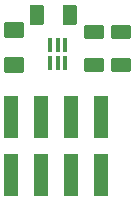
<source format=gtp>
G04 #@! TF.GenerationSoftware,KiCad,Pcbnew,(6.0.1)*
G04 #@! TF.CreationDate,2022-01-18T01:04:23-05:00*
G04 #@! TF.ProjectId,SensorStick-TSL2572,53656e73-6f72-4537-9469-636b2d54534c,rev?*
G04 #@! TF.SameCoordinates,Original*
G04 #@! TF.FileFunction,Paste,Top*
G04 #@! TF.FilePolarity,Positive*
%FSLAX46Y46*%
G04 Gerber Fmt 4.6, Leading zero omitted, Abs format (unit mm)*
G04 Created by KiCad (PCBNEW (6.0.1)) date 2022-01-18 01:04:23*
%MOMM*%
%LPD*%
G01*
G04 APERTURE LIST*
G04 Aperture macros list*
%AMRoundRect*
0 Rectangle with rounded corners*
0 $1 Rounding radius*
0 $2 $3 $4 $5 $6 $7 $8 $9 X,Y pos of 4 corners*
0 Add a 4 corners polygon primitive as box body*
4,1,4,$2,$3,$4,$5,$6,$7,$8,$9,$2,$3,0*
0 Add four circle primitives for the rounded corners*
1,1,$1+$1,$2,$3*
1,1,$1+$1,$4,$5*
1,1,$1+$1,$6,$7*
1,1,$1+$1,$8,$9*
0 Add four rect primitives between the rounded corners*
20,1,$1+$1,$2,$3,$4,$5,0*
20,1,$1+$1,$4,$5,$6,$7,0*
20,1,$1+$1,$6,$7,$8,$9,0*
20,1,$1+$1,$8,$9,$2,$3,0*%
G04 Aperture macros list end*
%ADD10R,1.270000X3.680000*%
%ADD11RoundRect,0.087500X0.087500X-0.512500X0.087500X0.512500X-0.087500X0.512500X-0.087500X-0.512500X0*%
%ADD12R,0.350000X1.200000*%
%ADD13RoundRect,0.250000X-0.625000X0.375000X-0.625000X-0.375000X0.625000X-0.375000X0.625000X0.375000X0*%
%ADD14RoundRect,0.250000X0.625000X-0.462500X0.625000X0.462500X-0.625000X0.462500X-0.625000X-0.462500X0*%
%ADD15RoundRect,0.250000X-0.375000X-0.625000X0.375000X-0.625000X0.375000X0.625000X-0.375000X0.625000X0*%
G04 APERTURE END LIST*
D10*
X141620000Y-72000000D03*
X141620000Y-76950000D03*
X139080000Y-72000000D03*
X139080000Y-76950000D03*
X136540000Y-72000000D03*
X136540000Y-76950000D03*
X134000000Y-72000000D03*
X134000000Y-76950000D03*
D11*
X137287500Y-65925000D03*
X137937500Y-65925000D03*
X138587500Y-65925000D03*
X138587500Y-67425000D03*
X137937500Y-67425000D03*
D12*
X137287500Y-67425000D03*
D13*
X141000000Y-64800000D03*
X141000000Y-67600000D03*
X143300000Y-64800000D03*
X143300000Y-67600000D03*
D14*
X134200000Y-67587500D03*
X134200000Y-64612500D03*
D15*
X136200000Y-63400000D03*
X139000000Y-63400000D03*
M02*

</source>
